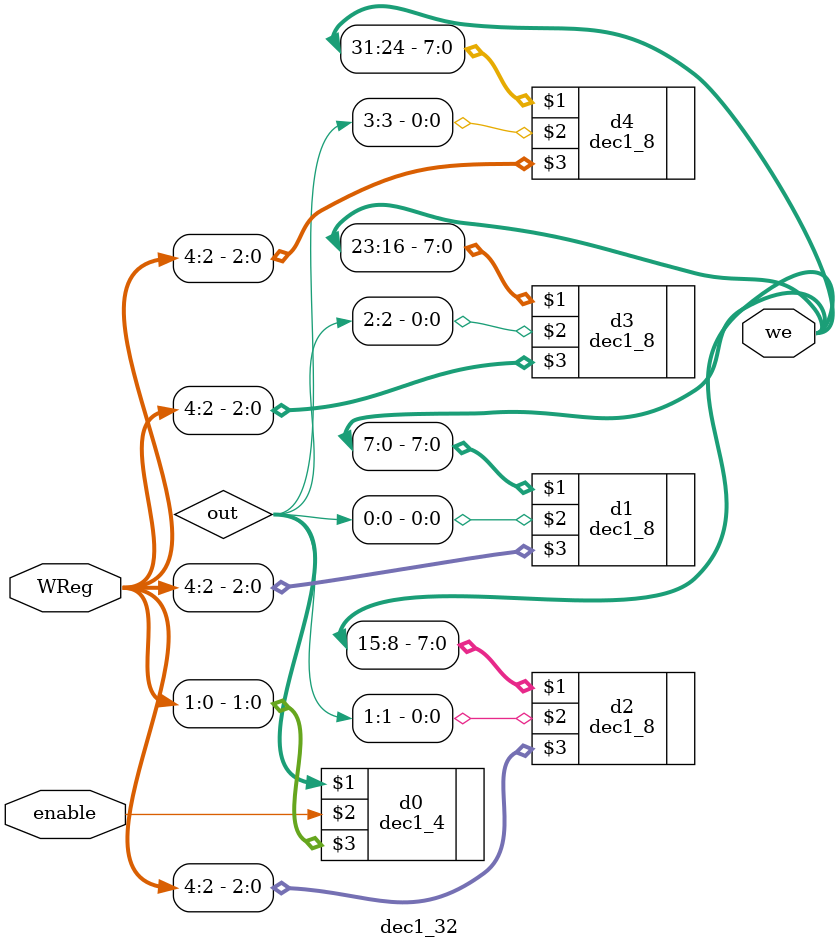
<source format=sv>
module dec1_32(we, enable, WReg);

	output logic [31:0] we;
	input logic enable;
	input logic [4:0]WReg;
	logic [3:0] out;
	
	dec1_4 d0(out[3:0], enable, WReg[1:0]);
	dec1_8 d1(we[7:0], out[0], WReg[4:2]);
	dec1_8 d2(we[15:8], out[1], WReg[4:2]);
	dec1_8 d3(we[23:16], out[2], WReg[4:2]);
	dec1_8 d4(we[31:24], out[3], WReg[4:2]);
endmodule

</source>
